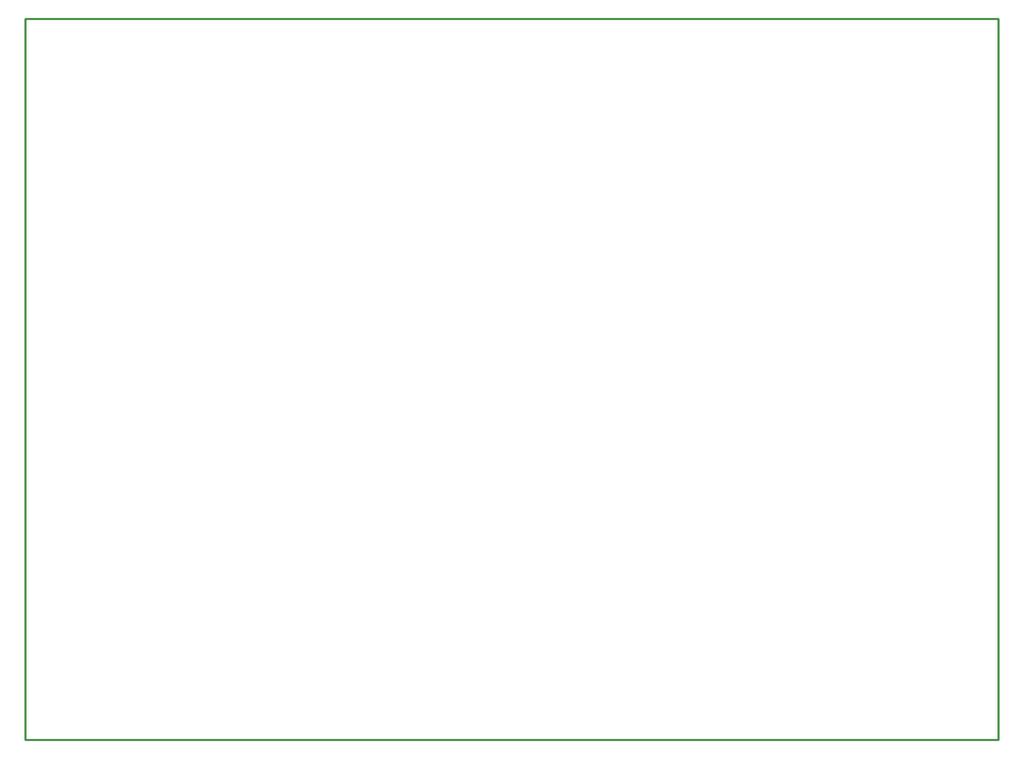
<source format=gbr>
G04 EAGLE Gerber RS-274X export*
G75*
%MOMM*%
%FSLAX34Y34*%
%LPD*%
%IN*%
%IPPOS*%
%AMOC8*
5,1,8,0,0,1.08239X$1,22.5*%
G01*
G04 Define Apertures*
%ADD10C,0.254000*%
D10*
X20320Y-38100D02*
X1168400Y-38100D01*
X1168400Y812800D01*
X20320Y812800D01*
X20320Y-38100D01*
M02*

</source>
